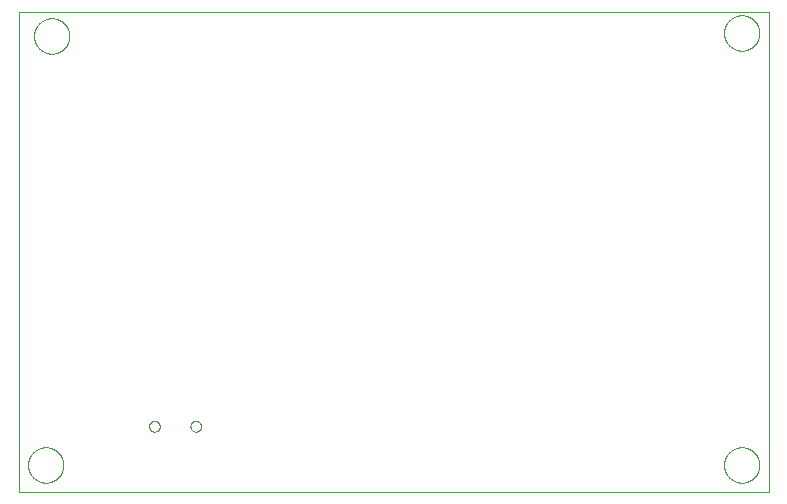
<source format=gko>
G75*
%MOIN*%
%OFA0B0*%
%FSLAX25Y25*%
%IPPOS*%
%LPD*%
%AMOC8*
5,1,8,0,0,1.08239X$1,22.5*
%
%ADD10C,0.00000*%
D10*
X0006644Y0015400D02*
X0006644Y0175400D01*
X0256644Y0175400D01*
X0256566Y0015400D01*
X0006644Y0015400D01*
X0009744Y0024400D02*
X0009746Y0024553D01*
X0009752Y0024706D01*
X0009762Y0024859D01*
X0009776Y0025012D01*
X0009794Y0025164D01*
X0009815Y0025315D01*
X0009841Y0025466D01*
X0009871Y0025617D01*
X0009904Y0025766D01*
X0009942Y0025915D01*
X0009983Y0026062D01*
X0010028Y0026209D01*
X0010077Y0026354D01*
X0010129Y0026498D01*
X0010186Y0026640D01*
X0010246Y0026781D01*
X0010309Y0026920D01*
X0010377Y0027058D01*
X0010447Y0027194D01*
X0010522Y0027328D01*
X0010599Y0027460D01*
X0010681Y0027590D01*
X0010765Y0027718D01*
X0010853Y0027843D01*
X0010944Y0027966D01*
X0011038Y0028087D01*
X0011135Y0028205D01*
X0011236Y0028321D01*
X0011339Y0028434D01*
X0011445Y0028545D01*
X0011554Y0028652D01*
X0011666Y0028757D01*
X0011780Y0028859D01*
X0011897Y0028958D01*
X0012017Y0029053D01*
X0012139Y0029146D01*
X0012263Y0029235D01*
X0012390Y0029322D01*
X0012519Y0029404D01*
X0012650Y0029484D01*
X0012783Y0029560D01*
X0012918Y0029632D01*
X0013055Y0029701D01*
X0013193Y0029767D01*
X0013333Y0029829D01*
X0013475Y0029887D01*
X0013618Y0029941D01*
X0013763Y0029992D01*
X0013908Y0030039D01*
X0014055Y0030082D01*
X0014203Y0030121D01*
X0014352Y0030157D01*
X0014502Y0030188D01*
X0014653Y0030216D01*
X0014804Y0030240D01*
X0014956Y0030260D01*
X0015109Y0030276D01*
X0015261Y0030288D01*
X0015414Y0030296D01*
X0015567Y0030300D01*
X0015721Y0030300D01*
X0015874Y0030296D01*
X0016027Y0030288D01*
X0016179Y0030276D01*
X0016332Y0030260D01*
X0016484Y0030240D01*
X0016635Y0030216D01*
X0016786Y0030188D01*
X0016936Y0030157D01*
X0017085Y0030121D01*
X0017233Y0030082D01*
X0017380Y0030039D01*
X0017525Y0029992D01*
X0017670Y0029941D01*
X0017813Y0029887D01*
X0017955Y0029829D01*
X0018095Y0029767D01*
X0018233Y0029701D01*
X0018370Y0029632D01*
X0018505Y0029560D01*
X0018638Y0029484D01*
X0018769Y0029404D01*
X0018898Y0029322D01*
X0019025Y0029235D01*
X0019149Y0029146D01*
X0019271Y0029053D01*
X0019391Y0028958D01*
X0019508Y0028859D01*
X0019622Y0028757D01*
X0019734Y0028652D01*
X0019843Y0028545D01*
X0019949Y0028434D01*
X0020052Y0028321D01*
X0020153Y0028205D01*
X0020250Y0028087D01*
X0020344Y0027966D01*
X0020435Y0027843D01*
X0020523Y0027718D01*
X0020607Y0027590D01*
X0020689Y0027460D01*
X0020766Y0027328D01*
X0020841Y0027194D01*
X0020911Y0027058D01*
X0020979Y0026920D01*
X0021042Y0026781D01*
X0021102Y0026640D01*
X0021159Y0026498D01*
X0021211Y0026354D01*
X0021260Y0026209D01*
X0021305Y0026062D01*
X0021346Y0025915D01*
X0021384Y0025766D01*
X0021417Y0025617D01*
X0021447Y0025466D01*
X0021473Y0025315D01*
X0021494Y0025164D01*
X0021512Y0025012D01*
X0021526Y0024859D01*
X0021536Y0024706D01*
X0021542Y0024553D01*
X0021544Y0024400D01*
X0021542Y0024247D01*
X0021536Y0024094D01*
X0021526Y0023941D01*
X0021512Y0023788D01*
X0021494Y0023636D01*
X0021473Y0023485D01*
X0021447Y0023334D01*
X0021417Y0023183D01*
X0021384Y0023034D01*
X0021346Y0022885D01*
X0021305Y0022738D01*
X0021260Y0022591D01*
X0021211Y0022446D01*
X0021159Y0022302D01*
X0021102Y0022160D01*
X0021042Y0022019D01*
X0020979Y0021880D01*
X0020911Y0021742D01*
X0020841Y0021606D01*
X0020766Y0021472D01*
X0020689Y0021340D01*
X0020607Y0021210D01*
X0020523Y0021082D01*
X0020435Y0020957D01*
X0020344Y0020834D01*
X0020250Y0020713D01*
X0020153Y0020595D01*
X0020052Y0020479D01*
X0019949Y0020366D01*
X0019843Y0020255D01*
X0019734Y0020148D01*
X0019622Y0020043D01*
X0019508Y0019941D01*
X0019391Y0019842D01*
X0019271Y0019747D01*
X0019149Y0019654D01*
X0019025Y0019565D01*
X0018898Y0019478D01*
X0018769Y0019396D01*
X0018638Y0019316D01*
X0018505Y0019240D01*
X0018370Y0019168D01*
X0018233Y0019099D01*
X0018095Y0019033D01*
X0017955Y0018971D01*
X0017813Y0018913D01*
X0017670Y0018859D01*
X0017525Y0018808D01*
X0017380Y0018761D01*
X0017233Y0018718D01*
X0017085Y0018679D01*
X0016936Y0018643D01*
X0016786Y0018612D01*
X0016635Y0018584D01*
X0016484Y0018560D01*
X0016332Y0018540D01*
X0016179Y0018524D01*
X0016027Y0018512D01*
X0015874Y0018504D01*
X0015721Y0018500D01*
X0015567Y0018500D01*
X0015414Y0018504D01*
X0015261Y0018512D01*
X0015109Y0018524D01*
X0014956Y0018540D01*
X0014804Y0018560D01*
X0014653Y0018584D01*
X0014502Y0018612D01*
X0014352Y0018643D01*
X0014203Y0018679D01*
X0014055Y0018718D01*
X0013908Y0018761D01*
X0013763Y0018808D01*
X0013618Y0018859D01*
X0013475Y0018913D01*
X0013333Y0018971D01*
X0013193Y0019033D01*
X0013055Y0019099D01*
X0012918Y0019168D01*
X0012783Y0019240D01*
X0012650Y0019316D01*
X0012519Y0019396D01*
X0012390Y0019478D01*
X0012263Y0019565D01*
X0012139Y0019654D01*
X0012017Y0019747D01*
X0011897Y0019842D01*
X0011780Y0019941D01*
X0011666Y0020043D01*
X0011554Y0020148D01*
X0011445Y0020255D01*
X0011339Y0020366D01*
X0011236Y0020479D01*
X0011135Y0020595D01*
X0011038Y0020713D01*
X0010944Y0020834D01*
X0010853Y0020957D01*
X0010765Y0021082D01*
X0010681Y0021210D01*
X0010599Y0021340D01*
X0010522Y0021472D01*
X0010447Y0021606D01*
X0010377Y0021742D01*
X0010309Y0021880D01*
X0010246Y0022019D01*
X0010186Y0022160D01*
X0010129Y0022302D01*
X0010077Y0022446D01*
X0010028Y0022591D01*
X0009983Y0022738D01*
X0009942Y0022885D01*
X0009904Y0023034D01*
X0009871Y0023183D01*
X0009841Y0023334D01*
X0009815Y0023485D01*
X0009794Y0023636D01*
X0009776Y0023788D01*
X0009762Y0023941D01*
X0009752Y0024094D01*
X0009746Y0024247D01*
X0009744Y0024400D01*
X0050083Y0037297D02*
X0050085Y0037381D01*
X0050091Y0037464D01*
X0050101Y0037547D01*
X0050115Y0037630D01*
X0050132Y0037712D01*
X0050154Y0037793D01*
X0050179Y0037872D01*
X0050208Y0037951D01*
X0050241Y0038028D01*
X0050277Y0038103D01*
X0050317Y0038177D01*
X0050360Y0038249D01*
X0050407Y0038318D01*
X0050457Y0038385D01*
X0050510Y0038450D01*
X0050566Y0038512D01*
X0050624Y0038572D01*
X0050686Y0038629D01*
X0050750Y0038682D01*
X0050817Y0038733D01*
X0050886Y0038780D01*
X0050957Y0038825D01*
X0051030Y0038865D01*
X0051105Y0038902D01*
X0051182Y0038936D01*
X0051260Y0038966D01*
X0051339Y0038992D01*
X0051420Y0039015D01*
X0051502Y0039033D01*
X0051584Y0039048D01*
X0051667Y0039059D01*
X0051750Y0039066D01*
X0051834Y0039069D01*
X0051918Y0039068D01*
X0052001Y0039063D01*
X0052085Y0039054D01*
X0052167Y0039041D01*
X0052249Y0039025D01*
X0052330Y0039004D01*
X0052411Y0038980D01*
X0052489Y0038952D01*
X0052567Y0038920D01*
X0052643Y0038884D01*
X0052717Y0038845D01*
X0052789Y0038803D01*
X0052859Y0038757D01*
X0052927Y0038708D01*
X0052992Y0038656D01*
X0053055Y0038601D01*
X0053115Y0038543D01*
X0053173Y0038482D01*
X0053227Y0038418D01*
X0053279Y0038352D01*
X0053327Y0038284D01*
X0053372Y0038213D01*
X0053413Y0038140D01*
X0053452Y0038066D01*
X0053486Y0037990D01*
X0053517Y0037912D01*
X0053544Y0037833D01*
X0053568Y0037752D01*
X0053587Y0037671D01*
X0053603Y0037589D01*
X0053615Y0037506D01*
X0053623Y0037422D01*
X0053627Y0037339D01*
X0053627Y0037255D01*
X0053623Y0037172D01*
X0053615Y0037088D01*
X0053603Y0037005D01*
X0053587Y0036923D01*
X0053568Y0036842D01*
X0053544Y0036761D01*
X0053517Y0036682D01*
X0053486Y0036604D01*
X0053452Y0036528D01*
X0053413Y0036454D01*
X0053372Y0036381D01*
X0053327Y0036310D01*
X0053279Y0036242D01*
X0053227Y0036176D01*
X0053173Y0036112D01*
X0053115Y0036051D01*
X0053055Y0035993D01*
X0052992Y0035938D01*
X0052927Y0035886D01*
X0052859Y0035837D01*
X0052789Y0035791D01*
X0052717Y0035749D01*
X0052643Y0035710D01*
X0052567Y0035674D01*
X0052489Y0035642D01*
X0052411Y0035614D01*
X0052330Y0035590D01*
X0052249Y0035569D01*
X0052167Y0035553D01*
X0052085Y0035540D01*
X0052001Y0035531D01*
X0051918Y0035526D01*
X0051834Y0035525D01*
X0051750Y0035528D01*
X0051667Y0035535D01*
X0051584Y0035546D01*
X0051502Y0035561D01*
X0051420Y0035579D01*
X0051339Y0035602D01*
X0051260Y0035628D01*
X0051182Y0035658D01*
X0051105Y0035692D01*
X0051030Y0035729D01*
X0050957Y0035769D01*
X0050886Y0035814D01*
X0050817Y0035861D01*
X0050750Y0035912D01*
X0050686Y0035965D01*
X0050624Y0036022D01*
X0050566Y0036082D01*
X0050510Y0036144D01*
X0050457Y0036209D01*
X0050407Y0036276D01*
X0050360Y0036345D01*
X0050317Y0036417D01*
X0050277Y0036491D01*
X0050241Y0036566D01*
X0050208Y0036643D01*
X0050179Y0036722D01*
X0050154Y0036801D01*
X0050132Y0036882D01*
X0050115Y0036964D01*
X0050101Y0037047D01*
X0050091Y0037130D01*
X0050085Y0037213D01*
X0050083Y0037297D01*
X0063862Y0037297D02*
X0063864Y0037381D01*
X0063870Y0037464D01*
X0063880Y0037547D01*
X0063894Y0037630D01*
X0063911Y0037712D01*
X0063933Y0037793D01*
X0063958Y0037872D01*
X0063987Y0037951D01*
X0064020Y0038028D01*
X0064056Y0038103D01*
X0064096Y0038177D01*
X0064139Y0038249D01*
X0064186Y0038318D01*
X0064236Y0038385D01*
X0064289Y0038450D01*
X0064345Y0038512D01*
X0064403Y0038572D01*
X0064465Y0038629D01*
X0064529Y0038682D01*
X0064596Y0038733D01*
X0064665Y0038780D01*
X0064736Y0038825D01*
X0064809Y0038865D01*
X0064884Y0038902D01*
X0064961Y0038936D01*
X0065039Y0038966D01*
X0065118Y0038992D01*
X0065199Y0039015D01*
X0065281Y0039033D01*
X0065363Y0039048D01*
X0065446Y0039059D01*
X0065529Y0039066D01*
X0065613Y0039069D01*
X0065697Y0039068D01*
X0065780Y0039063D01*
X0065864Y0039054D01*
X0065946Y0039041D01*
X0066028Y0039025D01*
X0066109Y0039004D01*
X0066190Y0038980D01*
X0066268Y0038952D01*
X0066346Y0038920D01*
X0066422Y0038884D01*
X0066496Y0038845D01*
X0066568Y0038803D01*
X0066638Y0038757D01*
X0066706Y0038708D01*
X0066771Y0038656D01*
X0066834Y0038601D01*
X0066894Y0038543D01*
X0066952Y0038482D01*
X0067006Y0038418D01*
X0067058Y0038352D01*
X0067106Y0038284D01*
X0067151Y0038213D01*
X0067192Y0038140D01*
X0067231Y0038066D01*
X0067265Y0037990D01*
X0067296Y0037912D01*
X0067323Y0037833D01*
X0067347Y0037752D01*
X0067366Y0037671D01*
X0067382Y0037589D01*
X0067394Y0037506D01*
X0067402Y0037422D01*
X0067406Y0037339D01*
X0067406Y0037255D01*
X0067402Y0037172D01*
X0067394Y0037088D01*
X0067382Y0037005D01*
X0067366Y0036923D01*
X0067347Y0036842D01*
X0067323Y0036761D01*
X0067296Y0036682D01*
X0067265Y0036604D01*
X0067231Y0036528D01*
X0067192Y0036454D01*
X0067151Y0036381D01*
X0067106Y0036310D01*
X0067058Y0036242D01*
X0067006Y0036176D01*
X0066952Y0036112D01*
X0066894Y0036051D01*
X0066834Y0035993D01*
X0066771Y0035938D01*
X0066706Y0035886D01*
X0066638Y0035837D01*
X0066568Y0035791D01*
X0066496Y0035749D01*
X0066422Y0035710D01*
X0066346Y0035674D01*
X0066268Y0035642D01*
X0066190Y0035614D01*
X0066109Y0035590D01*
X0066028Y0035569D01*
X0065946Y0035553D01*
X0065864Y0035540D01*
X0065780Y0035531D01*
X0065697Y0035526D01*
X0065613Y0035525D01*
X0065529Y0035528D01*
X0065446Y0035535D01*
X0065363Y0035546D01*
X0065281Y0035561D01*
X0065199Y0035579D01*
X0065118Y0035602D01*
X0065039Y0035628D01*
X0064961Y0035658D01*
X0064884Y0035692D01*
X0064809Y0035729D01*
X0064736Y0035769D01*
X0064665Y0035814D01*
X0064596Y0035861D01*
X0064529Y0035912D01*
X0064465Y0035965D01*
X0064403Y0036022D01*
X0064345Y0036082D01*
X0064289Y0036144D01*
X0064236Y0036209D01*
X0064186Y0036276D01*
X0064139Y0036345D01*
X0064096Y0036417D01*
X0064056Y0036491D01*
X0064020Y0036566D01*
X0063987Y0036643D01*
X0063958Y0036722D01*
X0063933Y0036801D01*
X0063911Y0036882D01*
X0063894Y0036964D01*
X0063880Y0037047D01*
X0063870Y0037130D01*
X0063864Y0037213D01*
X0063862Y0037297D01*
X0011744Y0167400D02*
X0011746Y0167553D01*
X0011752Y0167706D01*
X0011762Y0167859D01*
X0011776Y0168012D01*
X0011794Y0168164D01*
X0011815Y0168315D01*
X0011841Y0168466D01*
X0011871Y0168617D01*
X0011904Y0168766D01*
X0011942Y0168915D01*
X0011983Y0169062D01*
X0012028Y0169209D01*
X0012077Y0169354D01*
X0012129Y0169498D01*
X0012186Y0169640D01*
X0012246Y0169781D01*
X0012309Y0169920D01*
X0012377Y0170058D01*
X0012447Y0170194D01*
X0012522Y0170328D01*
X0012599Y0170460D01*
X0012681Y0170590D01*
X0012765Y0170718D01*
X0012853Y0170843D01*
X0012944Y0170966D01*
X0013038Y0171087D01*
X0013135Y0171205D01*
X0013236Y0171321D01*
X0013339Y0171434D01*
X0013445Y0171545D01*
X0013554Y0171652D01*
X0013666Y0171757D01*
X0013780Y0171859D01*
X0013897Y0171958D01*
X0014017Y0172053D01*
X0014139Y0172146D01*
X0014263Y0172235D01*
X0014390Y0172322D01*
X0014519Y0172404D01*
X0014650Y0172484D01*
X0014783Y0172560D01*
X0014918Y0172632D01*
X0015055Y0172701D01*
X0015193Y0172767D01*
X0015333Y0172829D01*
X0015475Y0172887D01*
X0015618Y0172941D01*
X0015763Y0172992D01*
X0015908Y0173039D01*
X0016055Y0173082D01*
X0016203Y0173121D01*
X0016352Y0173157D01*
X0016502Y0173188D01*
X0016653Y0173216D01*
X0016804Y0173240D01*
X0016956Y0173260D01*
X0017109Y0173276D01*
X0017261Y0173288D01*
X0017414Y0173296D01*
X0017567Y0173300D01*
X0017721Y0173300D01*
X0017874Y0173296D01*
X0018027Y0173288D01*
X0018179Y0173276D01*
X0018332Y0173260D01*
X0018484Y0173240D01*
X0018635Y0173216D01*
X0018786Y0173188D01*
X0018936Y0173157D01*
X0019085Y0173121D01*
X0019233Y0173082D01*
X0019380Y0173039D01*
X0019525Y0172992D01*
X0019670Y0172941D01*
X0019813Y0172887D01*
X0019955Y0172829D01*
X0020095Y0172767D01*
X0020233Y0172701D01*
X0020370Y0172632D01*
X0020505Y0172560D01*
X0020638Y0172484D01*
X0020769Y0172404D01*
X0020898Y0172322D01*
X0021025Y0172235D01*
X0021149Y0172146D01*
X0021271Y0172053D01*
X0021391Y0171958D01*
X0021508Y0171859D01*
X0021622Y0171757D01*
X0021734Y0171652D01*
X0021843Y0171545D01*
X0021949Y0171434D01*
X0022052Y0171321D01*
X0022153Y0171205D01*
X0022250Y0171087D01*
X0022344Y0170966D01*
X0022435Y0170843D01*
X0022523Y0170718D01*
X0022607Y0170590D01*
X0022689Y0170460D01*
X0022766Y0170328D01*
X0022841Y0170194D01*
X0022911Y0170058D01*
X0022979Y0169920D01*
X0023042Y0169781D01*
X0023102Y0169640D01*
X0023159Y0169498D01*
X0023211Y0169354D01*
X0023260Y0169209D01*
X0023305Y0169062D01*
X0023346Y0168915D01*
X0023384Y0168766D01*
X0023417Y0168617D01*
X0023447Y0168466D01*
X0023473Y0168315D01*
X0023494Y0168164D01*
X0023512Y0168012D01*
X0023526Y0167859D01*
X0023536Y0167706D01*
X0023542Y0167553D01*
X0023544Y0167400D01*
X0023542Y0167247D01*
X0023536Y0167094D01*
X0023526Y0166941D01*
X0023512Y0166788D01*
X0023494Y0166636D01*
X0023473Y0166485D01*
X0023447Y0166334D01*
X0023417Y0166183D01*
X0023384Y0166034D01*
X0023346Y0165885D01*
X0023305Y0165738D01*
X0023260Y0165591D01*
X0023211Y0165446D01*
X0023159Y0165302D01*
X0023102Y0165160D01*
X0023042Y0165019D01*
X0022979Y0164880D01*
X0022911Y0164742D01*
X0022841Y0164606D01*
X0022766Y0164472D01*
X0022689Y0164340D01*
X0022607Y0164210D01*
X0022523Y0164082D01*
X0022435Y0163957D01*
X0022344Y0163834D01*
X0022250Y0163713D01*
X0022153Y0163595D01*
X0022052Y0163479D01*
X0021949Y0163366D01*
X0021843Y0163255D01*
X0021734Y0163148D01*
X0021622Y0163043D01*
X0021508Y0162941D01*
X0021391Y0162842D01*
X0021271Y0162747D01*
X0021149Y0162654D01*
X0021025Y0162565D01*
X0020898Y0162478D01*
X0020769Y0162396D01*
X0020638Y0162316D01*
X0020505Y0162240D01*
X0020370Y0162168D01*
X0020233Y0162099D01*
X0020095Y0162033D01*
X0019955Y0161971D01*
X0019813Y0161913D01*
X0019670Y0161859D01*
X0019525Y0161808D01*
X0019380Y0161761D01*
X0019233Y0161718D01*
X0019085Y0161679D01*
X0018936Y0161643D01*
X0018786Y0161612D01*
X0018635Y0161584D01*
X0018484Y0161560D01*
X0018332Y0161540D01*
X0018179Y0161524D01*
X0018027Y0161512D01*
X0017874Y0161504D01*
X0017721Y0161500D01*
X0017567Y0161500D01*
X0017414Y0161504D01*
X0017261Y0161512D01*
X0017109Y0161524D01*
X0016956Y0161540D01*
X0016804Y0161560D01*
X0016653Y0161584D01*
X0016502Y0161612D01*
X0016352Y0161643D01*
X0016203Y0161679D01*
X0016055Y0161718D01*
X0015908Y0161761D01*
X0015763Y0161808D01*
X0015618Y0161859D01*
X0015475Y0161913D01*
X0015333Y0161971D01*
X0015193Y0162033D01*
X0015055Y0162099D01*
X0014918Y0162168D01*
X0014783Y0162240D01*
X0014650Y0162316D01*
X0014519Y0162396D01*
X0014390Y0162478D01*
X0014263Y0162565D01*
X0014139Y0162654D01*
X0014017Y0162747D01*
X0013897Y0162842D01*
X0013780Y0162941D01*
X0013666Y0163043D01*
X0013554Y0163148D01*
X0013445Y0163255D01*
X0013339Y0163366D01*
X0013236Y0163479D01*
X0013135Y0163595D01*
X0013038Y0163713D01*
X0012944Y0163834D01*
X0012853Y0163957D01*
X0012765Y0164082D01*
X0012681Y0164210D01*
X0012599Y0164340D01*
X0012522Y0164472D01*
X0012447Y0164606D01*
X0012377Y0164742D01*
X0012309Y0164880D01*
X0012246Y0165019D01*
X0012186Y0165160D01*
X0012129Y0165302D01*
X0012077Y0165446D01*
X0012028Y0165591D01*
X0011983Y0165738D01*
X0011942Y0165885D01*
X0011904Y0166034D01*
X0011871Y0166183D01*
X0011841Y0166334D01*
X0011815Y0166485D01*
X0011794Y0166636D01*
X0011776Y0166788D01*
X0011762Y0166941D01*
X0011752Y0167094D01*
X0011746Y0167247D01*
X0011744Y0167400D01*
X0241744Y0168400D02*
X0241746Y0168553D01*
X0241752Y0168706D01*
X0241762Y0168859D01*
X0241776Y0169012D01*
X0241794Y0169164D01*
X0241815Y0169315D01*
X0241841Y0169466D01*
X0241871Y0169617D01*
X0241904Y0169766D01*
X0241942Y0169915D01*
X0241983Y0170062D01*
X0242028Y0170209D01*
X0242077Y0170354D01*
X0242129Y0170498D01*
X0242186Y0170640D01*
X0242246Y0170781D01*
X0242309Y0170920D01*
X0242377Y0171058D01*
X0242447Y0171194D01*
X0242522Y0171328D01*
X0242599Y0171460D01*
X0242681Y0171590D01*
X0242765Y0171718D01*
X0242853Y0171843D01*
X0242944Y0171966D01*
X0243038Y0172087D01*
X0243135Y0172205D01*
X0243236Y0172321D01*
X0243339Y0172434D01*
X0243445Y0172545D01*
X0243554Y0172652D01*
X0243666Y0172757D01*
X0243780Y0172859D01*
X0243897Y0172958D01*
X0244017Y0173053D01*
X0244139Y0173146D01*
X0244263Y0173235D01*
X0244390Y0173322D01*
X0244519Y0173404D01*
X0244650Y0173484D01*
X0244783Y0173560D01*
X0244918Y0173632D01*
X0245055Y0173701D01*
X0245193Y0173767D01*
X0245333Y0173829D01*
X0245475Y0173887D01*
X0245618Y0173941D01*
X0245763Y0173992D01*
X0245908Y0174039D01*
X0246055Y0174082D01*
X0246203Y0174121D01*
X0246352Y0174157D01*
X0246502Y0174188D01*
X0246653Y0174216D01*
X0246804Y0174240D01*
X0246956Y0174260D01*
X0247109Y0174276D01*
X0247261Y0174288D01*
X0247414Y0174296D01*
X0247567Y0174300D01*
X0247721Y0174300D01*
X0247874Y0174296D01*
X0248027Y0174288D01*
X0248179Y0174276D01*
X0248332Y0174260D01*
X0248484Y0174240D01*
X0248635Y0174216D01*
X0248786Y0174188D01*
X0248936Y0174157D01*
X0249085Y0174121D01*
X0249233Y0174082D01*
X0249380Y0174039D01*
X0249525Y0173992D01*
X0249670Y0173941D01*
X0249813Y0173887D01*
X0249955Y0173829D01*
X0250095Y0173767D01*
X0250233Y0173701D01*
X0250370Y0173632D01*
X0250505Y0173560D01*
X0250638Y0173484D01*
X0250769Y0173404D01*
X0250898Y0173322D01*
X0251025Y0173235D01*
X0251149Y0173146D01*
X0251271Y0173053D01*
X0251391Y0172958D01*
X0251508Y0172859D01*
X0251622Y0172757D01*
X0251734Y0172652D01*
X0251843Y0172545D01*
X0251949Y0172434D01*
X0252052Y0172321D01*
X0252153Y0172205D01*
X0252250Y0172087D01*
X0252344Y0171966D01*
X0252435Y0171843D01*
X0252523Y0171718D01*
X0252607Y0171590D01*
X0252689Y0171460D01*
X0252766Y0171328D01*
X0252841Y0171194D01*
X0252911Y0171058D01*
X0252979Y0170920D01*
X0253042Y0170781D01*
X0253102Y0170640D01*
X0253159Y0170498D01*
X0253211Y0170354D01*
X0253260Y0170209D01*
X0253305Y0170062D01*
X0253346Y0169915D01*
X0253384Y0169766D01*
X0253417Y0169617D01*
X0253447Y0169466D01*
X0253473Y0169315D01*
X0253494Y0169164D01*
X0253512Y0169012D01*
X0253526Y0168859D01*
X0253536Y0168706D01*
X0253542Y0168553D01*
X0253544Y0168400D01*
X0253542Y0168247D01*
X0253536Y0168094D01*
X0253526Y0167941D01*
X0253512Y0167788D01*
X0253494Y0167636D01*
X0253473Y0167485D01*
X0253447Y0167334D01*
X0253417Y0167183D01*
X0253384Y0167034D01*
X0253346Y0166885D01*
X0253305Y0166738D01*
X0253260Y0166591D01*
X0253211Y0166446D01*
X0253159Y0166302D01*
X0253102Y0166160D01*
X0253042Y0166019D01*
X0252979Y0165880D01*
X0252911Y0165742D01*
X0252841Y0165606D01*
X0252766Y0165472D01*
X0252689Y0165340D01*
X0252607Y0165210D01*
X0252523Y0165082D01*
X0252435Y0164957D01*
X0252344Y0164834D01*
X0252250Y0164713D01*
X0252153Y0164595D01*
X0252052Y0164479D01*
X0251949Y0164366D01*
X0251843Y0164255D01*
X0251734Y0164148D01*
X0251622Y0164043D01*
X0251508Y0163941D01*
X0251391Y0163842D01*
X0251271Y0163747D01*
X0251149Y0163654D01*
X0251025Y0163565D01*
X0250898Y0163478D01*
X0250769Y0163396D01*
X0250638Y0163316D01*
X0250505Y0163240D01*
X0250370Y0163168D01*
X0250233Y0163099D01*
X0250095Y0163033D01*
X0249955Y0162971D01*
X0249813Y0162913D01*
X0249670Y0162859D01*
X0249525Y0162808D01*
X0249380Y0162761D01*
X0249233Y0162718D01*
X0249085Y0162679D01*
X0248936Y0162643D01*
X0248786Y0162612D01*
X0248635Y0162584D01*
X0248484Y0162560D01*
X0248332Y0162540D01*
X0248179Y0162524D01*
X0248027Y0162512D01*
X0247874Y0162504D01*
X0247721Y0162500D01*
X0247567Y0162500D01*
X0247414Y0162504D01*
X0247261Y0162512D01*
X0247109Y0162524D01*
X0246956Y0162540D01*
X0246804Y0162560D01*
X0246653Y0162584D01*
X0246502Y0162612D01*
X0246352Y0162643D01*
X0246203Y0162679D01*
X0246055Y0162718D01*
X0245908Y0162761D01*
X0245763Y0162808D01*
X0245618Y0162859D01*
X0245475Y0162913D01*
X0245333Y0162971D01*
X0245193Y0163033D01*
X0245055Y0163099D01*
X0244918Y0163168D01*
X0244783Y0163240D01*
X0244650Y0163316D01*
X0244519Y0163396D01*
X0244390Y0163478D01*
X0244263Y0163565D01*
X0244139Y0163654D01*
X0244017Y0163747D01*
X0243897Y0163842D01*
X0243780Y0163941D01*
X0243666Y0164043D01*
X0243554Y0164148D01*
X0243445Y0164255D01*
X0243339Y0164366D01*
X0243236Y0164479D01*
X0243135Y0164595D01*
X0243038Y0164713D01*
X0242944Y0164834D01*
X0242853Y0164957D01*
X0242765Y0165082D01*
X0242681Y0165210D01*
X0242599Y0165340D01*
X0242522Y0165472D01*
X0242447Y0165606D01*
X0242377Y0165742D01*
X0242309Y0165880D01*
X0242246Y0166019D01*
X0242186Y0166160D01*
X0242129Y0166302D01*
X0242077Y0166446D01*
X0242028Y0166591D01*
X0241983Y0166738D01*
X0241942Y0166885D01*
X0241904Y0167034D01*
X0241871Y0167183D01*
X0241841Y0167334D01*
X0241815Y0167485D01*
X0241794Y0167636D01*
X0241776Y0167788D01*
X0241762Y0167941D01*
X0241752Y0168094D01*
X0241746Y0168247D01*
X0241744Y0168400D01*
X0241744Y0024400D02*
X0241746Y0024553D01*
X0241752Y0024706D01*
X0241762Y0024859D01*
X0241776Y0025012D01*
X0241794Y0025164D01*
X0241815Y0025315D01*
X0241841Y0025466D01*
X0241871Y0025617D01*
X0241904Y0025766D01*
X0241942Y0025915D01*
X0241983Y0026062D01*
X0242028Y0026209D01*
X0242077Y0026354D01*
X0242129Y0026498D01*
X0242186Y0026640D01*
X0242246Y0026781D01*
X0242309Y0026920D01*
X0242377Y0027058D01*
X0242447Y0027194D01*
X0242522Y0027328D01*
X0242599Y0027460D01*
X0242681Y0027590D01*
X0242765Y0027718D01*
X0242853Y0027843D01*
X0242944Y0027966D01*
X0243038Y0028087D01*
X0243135Y0028205D01*
X0243236Y0028321D01*
X0243339Y0028434D01*
X0243445Y0028545D01*
X0243554Y0028652D01*
X0243666Y0028757D01*
X0243780Y0028859D01*
X0243897Y0028958D01*
X0244017Y0029053D01*
X0244139Y0029146D01*
X0244263Y0029235D01*
X0244390Y0029322D01*
X0244519Y0029404D01*
X0244650Y0029484D01*
X0244783Y0029560D01*
X0244918Y0029632D01*
X0245055Y0029701D01*
X0245193Y0029767D01*
X0245333Y0029829D01*
X0245475Y0029887D01*
X0245618Y0029941D01*
X0245763Y0029992D01*
X0245908Y0030039D01*
X0246055Y0030082D01*
X0246203Y0030121D01*
X0246352Y0030157D01*
X0246502Y0030188D01*
X0246653Y0030216D01*
X0246804Y0030240D01*
X0246956Y0030260D01*
X0247109Y0030276D01*
X0247261Y0030288D01*
X0247414Y0030296D01*
X0247567Y0030300D01*
X0247721Y0030300D01*
X0247874Y0030296D01*
X0248027Y0030288D01*
X0248179Y0030276D01*
X0248332Y0030260D01*
X0248484Y0030240D01*
X0248635Y0030216D01*
X0248786Y0030188D01*
X0248936Y0030157D01*
X0249085Y0030121D01*
X0249233Y0030082D01*
X0249380Y0030039D01*
X0249525Y0029992D01*
X0249670Y0029941D01*
X0249813Y0029887D01*
X0249955Y0029829D01*
X0250095Y0029767D01*
X0250233Y0029701D01*
X0250370Y0029632D01*
X0250505Y0029560D01*
X0250638Y0029484D01*
X0250769Y0029404D01*
X0250898Y0029322D01*
X0251025Y0029235D01*
X0251149Y0029146D01*
X0251271Y0029053D01*
X0251391Y0028958D01*
X0251508Y0028859D01*
X0251622Y0028757D01*
X0251734Y0028652D01*
X0251843Y0028545D01*
X0251949Y0028434D01*
X0252052Y0028321D01*
X0252153Y0028205D01*
X0252250Y0028087D01*
X0252344Y0027966D01*
X0252435Y0027843D01*
X0252523Y0027718D01*
X0252607Y0027590D01*
X0252689Y0027460D01*
X0252766Y0027328D01*
X0252841Y0027194D01*
X0252911Y0027058D01*
X0252979Y0026920D01*
X0253042Y0026781D01*
X0253102Y0026640D01*
X0253159Y0026498D01*
X0253211Y0026354D01*
X0253260Y0026209D01*
X0253305Y0026062D01*
X0253346Y0025915D01*
X0253384Y0025766D01*
X0253417Y0025617D01*
X0253447Y0025466D01*
X0253473Y0025315D01*
X0253494Y0025164D01*
X0253512Y0025012D01*
X0253526Y0024859D01*
X0253536Y0024706D01*
X0253542Y0024553D01*
X0253544Y0024400D01*
X0253542Y0024247D01*
X0253536Y0024094D01*
X0253526Y0023941D01*
X0253512Y0023788D01*
X0253494Y0023636D01*
X0253473Y0023485D01*
X0253447Y0023334D01*
X0253417Y0023183D01*
X0253384Y0023034D01*
X0253346Y0022885D01*
X0253305Y0022738D01*
X0253260Y0022591D01*
X0253211Y0022446D01*
X0253159Y0022302D01*
X0253102Y0022160D01*
X0253042Y0022019D01*
X0252979Y0021880D01*
X0252911Y0021742D01*
X0252841Y0021606D01*
X0252766Y0021472D01*
X0252689Y0021340D01*
X0252607Y0021210D01*
X0252523Y0021082D01*
X0252435Y0020957D01*
X0252344Y0020834D01*
X0252250Y0020713D01*
X0252153Y0020595D01*
X0252052Y0020479D01*
X0251949Y0020366D01*
X0251843Y0020255D01*
X0251734Y0020148D01*
X0251622Y0020043D01*
X0251508Y0019941D01*
X0251391Y0019842D01*
X0251271Y0019747D01*
X0251149Y0019654D01*
X0251025Y0019565D01*
X0250898Y0019478D01*
X0250769Y0019396D01*
X0250638Y0019316D01*
X0250505Y0019240D01*
X0250370Y0019168D01*
X0250233Y0019099D01*
X0250095Y0019033D01*
X0249955Y0018971D01*
X0249813Y0018913D01*
X0249670Y0018859D01*
X0249525Y0018808D01*
X0249380Y0018761D01*
X0249233Y0018718D01*
X0249085Y0018679D01*
X0248936Y0018643D01*
X0248786Y0018612D01*
X0248635Y0018584D01*
X0248484Y0018560D01*
X0248332Y0018540D01*
X0248179Y0018524D01*
X0248027Y0018512D01*
X0247874Y0018504D01*
X0247721Y0018500D01*
X0247567Y0018500D01*
X0247414Y0018504D01*
X0247261Y0018512D01*
X0247109Y0018524D01*
X0246956Y0018540D01*
X0246804Y0018560D01*
X0246653Y0018584D01*
X0246502Y0018612D01*
X0246352Y0018643D01*
X0246203Y0018679D01*
X0246055Y0018718D01*
X0245908Y0018761D01*
X0245763Y0018808D01*
X0245618Y0018859D01*
X0245475Y0018913D01*
X0245333Y0018971D01*
X0245193Y0019033D01*
X0245055Y0019099D01*
X0244918Y0019168D01*
X0244783Y0019240D01*
X0244650Y0019316D01*
X0244519Y0019396D01*
X0244390Y0019478D01*
X0244263Y0019565D01*
X0244139Y0019654D01*
X0244017Y0019747D01*
X0243897Y0019842D01*
X0243780Y0019941D01*
X0243666Y0020043D01*
X0243554Y0020148D01*
X0243445Y0020255D01*
X0243339Y0020366D01*
X0243236Y0020479D01*
X0243135Y0020595D01*
X0243038Y0020713D01*
X0242944Y0020834D01*
X0242853Y0020957D01*
X0242765Y0021082D01*
X0242681Y0021210D01*
X0242599Y0021340D01*
X0242522Y0021472D01*
X0242447Y0021606D01*
X0242377Y0021742D01*
X0242309Y0021880D01*
X0242246Y0022019D01*
X0242186Y0022160D01*
X0242129Y0022302D01*
X0242077Y0022446D01*
X0242028Y0022591D01*
X0241983Y0022738D01*
X0241942Y0022885D01*
X0241904Y0023034D01*
X0241871Y0023183D01*
X0241841Y0023334D01*
X0241815Y0023485D01*
X0241794Y0023636D01*
X0241776Y0023788D01*
X0241762Y0023941D01*
X0241752Y0024094D01*
X0241746Y0024247D01*
X0241744Y0024400D01*
M02*

</source>
